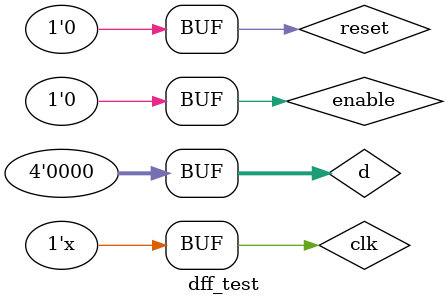
<source format=v>
`timescale 1ns / 1ps


module dff_test;

	// Inputs
	reg clk;
	reg [3:0] d;
	reg enable;
	reg reset;

	// Outputs
	wire [3:0] q;

	// Instantiate the Unit Under Test (UUT)
	dff uut (
		.clk(clk), 
		.d(d), 
		.q(q), 
		.enable(enable), 
		.reset(reset)
	);
	always begin
		clk = ~clk;
		#1;
	end

	initial begin
		// Initialize Inputs
		clk = 0;
		d = 0;
		enable = 0;
		reset = 0;

		// Wait 100 ns for global reset to finish
		#100;
      enable = 1;
		d = 6;
		#100;
		enable = 0;
		d=9;
		#100
		reset =1;
		#50;
		reset =0;
		#100;
		enable =1;
		d=3;
		#100;
		enable =0;
		d=0;
		
		// Add stimulus here

	end
      
endmodule


</source>
